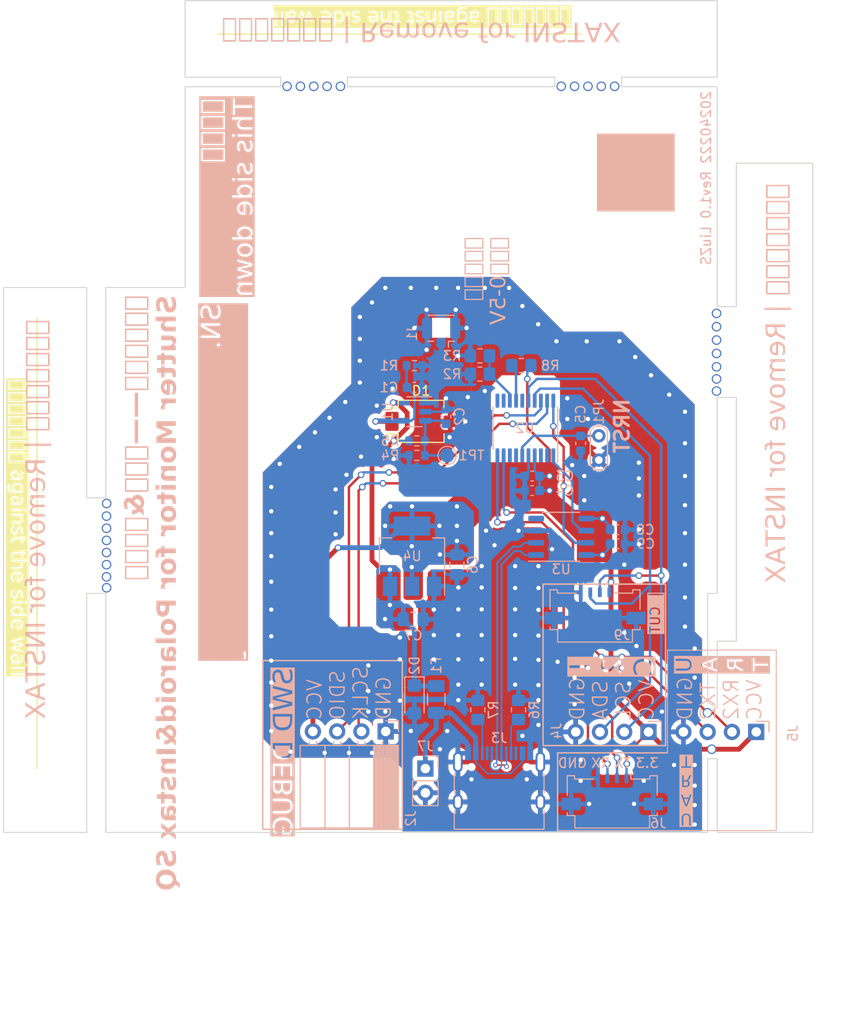
<source format=kicad_pcb>
(kicad_pcb (version 20221018) (generator pcbnew)
  (title_block (title "宝丽来&富士方形快门速度检测") (date "2024-02-22") (rev "1.0") (company "Lzs"))
  (layers (0 "F.Cu" signal) (31 "B.Cu" signal) (34 "B.Paste" user) (35 "F.Paste" user) (36 "B.SilkS" user "B.Silkscreen") (37 "F.SilkS" user "F.Silkscreen") (38 "B.Mask" user) (39 "F.Mask" user) (44 "Edge.Cuts" user))
  (net 0 "")
  (net 1 "Net-(D1-K)")
  (net 2 "Net-(U1-+)")
  (net 3 "GND")
  (net 4 "+5V")
  (net 6 "+3.3V")
  (net 9 "/UART2_TX")
  (net 12 "/UART2_RX")
  (net 14 "/SWDIO")
  (net 15 "/SWCLK")
  (net 16 "/ADC1_IN7")
  (net 17 "/NRST")
  (net 18 "/UART1_RX")
  (net 20 "/ADC1_IN6")
  (net 21 "/I2C2_SCL")
  (net 22 "/I2C2_SDA")
  (net 23 "/UART1_TX")
  (net 24 "/Light_out")
  (net 26 "/USB+")
  (net 27 "/USB-")
  (net 30 "Net-(J3-CC1)")
  (net 31 "Net-(J3-CC2)")
  (net 32 "/5V_IN")
  (footprint "OptoDevice:Osram_SFH2440" (layer "F.Cu") (at 94.8 89.4)
    (fp_text reference "D1")
    (fp_text value "SFH2440")
  )
  (footprint "Resistor_SMD:R_0603_1608Metric" (layer "B.Cu") (at 94.361 92.964)
    (fp_text reference "R4")
    (fp_text value "330k")
  )
  (footprint "Capacitor_SMD:C_0805_2012Metric_Pad1.18x1.45mm_HandSolder" (layer "B.Cu") (at 98.552 104.394 -90)
    (fp_text reference "C6")
    (fp_text value "22uF")
  )
  (footprint "Capacitor_SMD:C_0603_1608Metric" (layer "B.Cu") (at 94.107 85.852)
    (fp_text reference "C1")
    (fp_text value "(0.7pF)")
  )
  (footprint "TestPoint:TestPoint_Pad_D1.5mm" (layer "B.Cu") (at 97.536 92.964 90)
    (fp_text reference "TP1")
    (fp_text value "REF0")
  )
  (footprint "Connector_PinSocket_2.54mm:PinSocket_1x04_P2.54mm_Horizontal" (layer "B.Cu") (at 118.6072 121.8888 90)
    (fp_text reference "J4")
    (fp_text value "Conn_01x04_Socket")
  )
  (footprint "Capacitor_SMD:C_0603_1608Metric" (layer "B.Cu") (at 106.426 96.647 180)
    (fp_text reference "C4")
    (fp_text value "4.7uF")
  )
  (footprint "Connector_Coaxial:U.FL_Hirose_U.FL-R-SMT-1_Vertical" (layer "B.Cu") (at 96.901 80.137 90)
    (fp_text reference "J1")
    (fp_text value "Conn_Coaxial")
  )
  (footprint "Connector_PinSocket_2.54mm:PinSocket_1x04_P2.54mm_Horizontal" (layer "B.Cu") (at 91.099 121.838 90)
    (fp_text reference "J2")
    (fp_text value "Conn_01x04_Socket")
  )
  (footprint "Connector_PinSocket_2.54mm:PinSocket_1x04_P2.54mm_Horizontal" (layer "B.Cu") (at 129.8848 121.8888 90)
    (fp_text reference "J5")
    (fp_text value "Conn_01x04_Socket")
  )
  (footprint "Diode_SMD:D_SMF" (layer "B.Cu") (at 94.107 118.491 -90)
    (fp_text reference "D2")
    (fp_text value "SMF5V0A")
  )
  (footprint "Capacitor_SMD:C_0603_1608Metric" (layer "B.Cu") (at 106.426 95.123 180)
    (fp_text reference "C3")
    (fp_text value "100nF")
  )
  (footprint "Resistor_SMD:R_0805_2012Metric_Pad1.20x1.40mm_HandSolder" (layer "B.Cu") (at 105.0036 119.5832 90)
    (fp_text reference "R6")
    (fp_text value "1k")
  )
  (footprint "TestPoint:TestPoint_2Pads_Pitch2.54mm_Drill0.8mm" (layer "B.Cu") (at 113.411 93.452 90)
    (fp_text reference "JP1")
    (fp_text value "Jumper_2_Open")
  )
  (footprint "Connector_USB:USB_C_Receptacle_HRO_TYPE-C-31-M-12" (layer "B.Cu") (at 102.9716 128.1684 180)
    (fp_text reference "J3")
    (fp_text value "USB_C_Receptacle_USB2.0")
  )
  (footprint "Resistor_SMD:R_0603_1608Metric" (layer "B.Cu") (at 94.107 83.566)
    (fp_text reference "R1")
    (fp_text value "(240k)")
  )
  (footprint "Fuse:Fuse_1206_3216Metric" (layer "B.Cu") (at 96.393 118.491 90)
    (fp_text reference "F1")
    (fp_text value "0.5A")
  )
  (footprint "Capacitor_SMD:C_0805_2012Metric_Pad1.18x1.45mm_HandSolder" (layer "B.Cu") (at 93.98 110.109)
    (fp_text reference "C7")
    (fp_text value "22uF")
  )
  (footprint "Capacitor_SMD:C_0603_1608Metric" (layer "B.Cu") (at 115.3668 100.7364)
    (fp_text reference "C8")
    (fp_text value "100nF")
  )
  (footprint "Package_TO_SOT_SMD:SOT-223-3_TabPin2" (layer "B.Cu") (at 93.853 103.505 90)
    (fp_text reference "U4")
    (fp_text value "AMS1117-3.3")
  )
  (footprint "Capacitor_SMD:C_0603_1608Metric" (layer "B.Cu") (at 97.409 88.9 90)
    (fp_text reference "C2")
    (fp_text value "1uF")
  )
  (footprint "Capacitor_SMD:C_0603_1608Metric" (layer "B.Cu") (at 115.3668 102.2096)
    (fp_text reference "C9")
    (fp_text value "100nF")
  )
  (footprint "Capacitor_SMD:C_0603_1608Metric" (layer "B.Cu") (at 111.506 91.694 90)
    (fp_text reference "C5")
    (fp_text value "100nF")
  )
  (footprint "Resistor_SMD:R_0805_2012Metric_Pad1.20x1.40mm_HandSolder" (layer "B.Cu") (at 105.299 83.566)
    (fp_text reference "R8")
    (fp_text value "1k")
  )
  (footprint "Resistor_SMD:R_0805_2012Metric_Pad1.20x1.40mm_HandSolder" (layer "B.Cu") (at 100.965 82.55 180)
    (fp_text reference "R3")
    (fp_text value "150k")
  )
  (footprint "Package_SO:TSSOP-20_4.4x6.5mm_P0.65mm" (layer "B.Cu") (at 105.72 90.1015 90)
    (fp_text reference "U2")
    (fp_text value "STM32G030F6Px")
  )
  (footprint "Resistor_SMD:R_0805_2012Metric_Pad1.20x1.40mm_HandSolder" (layer "B.Cu") (at 100.965 84.455)
    (fp_text reference "R2")
    (fp_text value "91k")
  )
  (footprint "Package_TO_SOT_SMD:SOT-23-5" (layer "B.Cu") (at 94.107 88.392 180)
    (fp_text reference "U1")
    (fp_text value "OPA365xxDBV")
  )
  (footprint "Connector_FFC-FPC:Molex_200528-0040_1x04-1MP_P1.00mm_Horizontal" (layer "B.Cu") (at 114.808 127.642 180)
    (fp_text reference "J6")
    (fp_text value "Conn_01x04_Shielded")
  )
  (footprint "Resistor_SMD:R_0603_1608Metric" (layer "B.Cu") (at 94.361 91.44 180)
    (fp_text reference "R5")
    (fp_text value "6.8k")
  )
  (footprint "Resistor_SMD:R_0805_2012Metric_Pad1.20x1.40mm_HandSolder" (layer "B.Cu") (at 100.7364 119.5832 90)
    (fp_text reference "R7")
    (fp_text value "(1k)DNF")
  )
  (footprint "Package_SO:SOP-8_3.9x4.9mm_P1.27mm" (layer "B.Cu") (at 109.474 101.473)
    (fp_text reference "U3")
    (fp_text value "CH340N")
  )
  (footprint "Connector_FFC-FPC:Molex_200528-0040_1x04-1MP_P1.00mm_Horizontal" (layer "B.Cu") (at 113.012 108.192 180)
    (fp_text reference "J9")
    (fp_text value "Conn_01x04_Shielded")
  )
  (footprint "Connector_PinHeader_2.54mm:PinHeader_1x02_P2.54mm_Vertical" (layer "B.Cu") (at 95.25 125.725 180)
    (fp_text reference "J7")
    (fp_text value "Conn_01x02_Socket")
  )
  (gr_line (start 120.5992 113.3348) (end 131.9784 113.3348) (stroke (width 0.1)) (layer "B.SilkS"))
  (gr_rect (start 78.232 114.427) (end 92.837 132.08) (stroke (width 0.15)) (fill none) (layer "B.SilkS"))
  (gr_line (start 120.5992 124.079) (end 120.5992 113.3348) (stroke (width 0.1)) (layer "B.SilkS"))
  (gr_line (start 109.093 124.079) (end 109.093 132.207) (stroke (width 0.15)) (layer "B.SilkS"))
  (gr_line (start 120.5992 124.079) (end 109.093 124.079) (stroke (width 0.15)) (layer "B.SilkS"))
  (gr_line (start 131.9784 132.207) (end 109.093 132.207) (stroke (width 0.1)) (layer "B.SilkS"))
  (gr_line (start 131.9784 113.3348) (end 131.9784 132.207) (stroke (width 0.1)) (layer "B.SilkS"))
  (gr_rect (start 107.569 106.426) (end 120.396 123.317) (stroke (width 0.15)) (fill none) (layer "B.SilkS"))
  (gr_rect (start 113.285 59.373) (end 121.285 67.373) (stroke (width 0.15)) (fill solid) (layer "B.SilkS"))
  (gr_line (start 73.533 48.895) (end 111.633 48.895) (stroke (width 0.15)) (layer "F.SilkS"))
  (gr_line (start 54.61 78.613) (end 54.61 125.73) (stroke (width 0.15)) (layer "F.SilkS"))
  (gr_line (start 61.8 75.4) (end 70.1 75.4) (stroke (width 0.1)) (layer "Edge.Cuts"))
  (gr_line (start 51.1 132.4) (end 51.1 75.4) (stroke (width 0.1)) (layer "Edge.Cuts"))
  (gr_line (start 127.8 86.9) (end 127.8 112.4) (stroke (width 0.1)) (layer "Edge.Cuts"))
  (gr_line (start 80.1 53.4) (end 80.1 54.4) (stroke (width 0.1)) (layer "Edge.Cuts"))
  (gr_line (start 61.8 75.4) (end 61.8 97.4) (stroke (width 0.1)) (layer "Edge.Cuts"))
  (gr_line (start 70.1 54.4) (end 80.1 54.4) (stroke (width 0.1)) (layer "Edge.Cuts"))
  (gr_line (start 135.8 62.4) (end 135.8 132.4) (stroke (width 0.1)) (layer "Edge.Cuts"))
  (gr_line (start 59.8 97.4) (end 61.8 97.4) (stroke (width 0.1)) (layer "Edge.Cuts"))
  (gr_line (start 125.8 77.4) (end 127.8 77.4) (stroke (width 0.1)) (layer "Edge.Cuts"))
  (gr_line (start 59.8 107.4) (end 61.8 107.4) (stroke (width 0.1)) (layer "Edge.Cuts"))
  (gr_line (start 70.1 53.4) (end 70.1 45.4) (stroke (width 0.1)) (layer "Edge.Cuts"))
  (gr_line (start 70.1 53.4) (end 80.1 53.4) (stroke (width 0.1)) (layer "Edge.Cuts"))
  (gr_line (start 124.8 107.4) (end 125.8 107.4) (stroke (width 0.1)) (layer "Edge.Cuts"))
  (gr_line (start 108.8 53.4) (end 108.8 54.4) (stroke (width 0.1)) (layer "Edge.Cuts"))
  (gr_line (start 115.8 53.4) (end 115.8 54.4) (stroke (width 0.1)) (layer "Edge.Cuts"))
  (gr_line (start 124.8 132.4) (end 124.8 124.7) (stroke (width 0.1)) (layer "Edge.Cuts"))
  (gr_line (start 59.8 75.4) (end 59.8 97.4) (stroke (width 0.1)) (layer "Edge.Cuts"))
  (gr_line (start 125.8 54.4) (end 125.8 77.4) (stroke (width 0.1)) (layer "Edge.Cuts"))
  (gr_line (start 125.8 86.9) (end 127.8 86.9) (stroke (width 0.1)) (layer "Edge.Cuts"))
  (gr_line (start 115.8 54.4) (end 125.8 54.4) (stroke (width 0.1)) (layer "Edge.Cuts"))
  (gr_line (start 124.8 132.4) (end 61.8 132.4) (stroke (width 0.1)) (layer "Edge.Cuts"))
  (gr_line (start 125.8 45.4) (end 125.8 53.4) (stroke (width 0.1)) (layer "Edge.Cuts"))
  (gr_line (start 125.8 112.4) (end 127.8 112.4) (stroke (width 0.1)) (layer "Edge.Cuts"))
  (gr_line (start 87.1 54.4) (end 108.8 54.4) (stroke (width 0.1)) (layer "Edge.Cuts"))
  (gr_line (start 127.8 62.4) (end 127.8 77.4) (stroke (width 0.1)) (layer "Edge.Cuts"))
  (gr_line (start 125.8 112.4) (end 125.8 119.4) (stroke (width 0.1)) (layer "Edge.Cuts"))
  (gr_line (start 51.1 75.4) (end 59.8 75.4) (stroke (width 0.1)) (layer "Edge.Cuts"))
  (gr_line (start 70.1 45.4) (end 125.8 45.4) (stroke (width 0.1)) (layer "Edge.Cuts"))
  (gr_line (start 59.8 132.4) (end 51.1 132.4) (stroke (width 0.1)) (layer "Edge.Cuts"))
  (gr_line (start 124.8 124.7) (end 125.8 124.7) (stroke (width 0.1)) (layer "Edge.Cuts"))
  (gr_line (start 70.1 75.4) (end 70.1 54.4) (stroke (width 0.1)) (layer "Edge.Cuts"))
  (gr_line (start 124.8 118.8) (end 124.8 107.4) (stroke (width 0.1)) (layer "Edge.Cuts"))
  (gr_line (start 125.8 124.7) (end 125.8 132.4) (stroke (width 0.1)) (layer "Edge.Cuts"))
  (gr_line (start 87.1 53.4) (end 87.1 54.4) (stroke (width 0.1)) (layer "Edge.Cuts"))
  (gr_line (start 135.8 132.4) (end 125.8 132.4) (stroke (width 0.1)) (layer "Edge.Cuts"))
  (gr_line (start 61.8 107.4) (end 61.8 132.4) (stroke (width 0.1)) (layer "Edge.Cuts"))
  (gr_line (start 87.1 53.4) (end 108.8 53.4) (stroke (width 0.1)) (layer "Edge.Cuts"))
  (gr_line (start 115.8 53.4) (end 125.8 53.4) (stroke (width 0.1)) (layer "Edge.Cuts"))
  (gr_line (start 127.8 62.4) (end 135.8 62.4) (stroke (width 0.1)) (layer "Edge.Cuts"))
  (gr_line (start 124.8 118.8) (end 125.8 119.4) (stroke (width 0.1)) (layer "Edge.Cuts"))
  (gr_line (start 59.8 107.4) (end 59.8 132.4) (stroke (width 0.1)) (layer "Edge.Cuts"))
  (gr_line (start 125.8 86.9) (end 125.8 107.4) (stroke (width 0.1)) (layer "Edge.Cuts"))
  (gr_text "RX" (at 114.681 125.73) (layer "B.SilkS") (effects (font (size 1 1)) (justify left bottom mirror)))
  (gr_text "富士请去除此处 | Remove for INSTAX" (at 55.753 78.74 90) (layer "B.SilkS") (effects (font (size 2 2) (thickness 0.2)) (justify left bottom mirror)))
  (gr_text "U\nA\nR\nT" (at 122.555 124.206 180) (layer "B.SilkS" knockout) (effects (font (size 1.2 1.2) (thickness 0.3)) (justify bottom mirror)))
  (gr_text "GND\nTX2\nRX2\nVCC\n" (at 130.5498 120.7788 90) (layer "B.SilkS") (effects (font (size 1.5 1.5)) (justify right bottom mirror)))
  (gr_text "3.3" (at 119.761 125.73) (layer "B.SilkS") (effects (font (size 1 1)) (justify left bottom mirror)))
  (gr_text "连接示波器\n输出：0-5V" (at 103.886 70.104 90) (layer "B.SilkS") (effects (font (size 1.6 1.6)) (justify left bottom mirror)))
  (gr_text "此面向下\nThis side down" (at 77.47 55.626 90) (layer "B.SilkS" knockout) (effects (font (size 2 2)) (justify left bottom mirror)))
  (gr_text "SN.              \n                					   -" (at 77.47 77.089 90) (layer "B.SilkS" knockout) (effects (font (size 2 2)) (justify left bottom mirror)))
  (gr_text "I\n2\nC" (at 119.4308 115.062 90) (layer "B.SilkS" knockout) (effects (font (size 2 2) (thickness 0.3)) (justify bottom mirror)))
  (gr_text "NRST" (at 116.713 86.868 90) (layer "B.SilkS") (effects (font (size 1.5 1.5) (thickness 0.3) bold) (justify left bottom mirror)))
  (gr_text "快门速度测试——宝丽来&富士方形\nShutter Monitor for Polaroid&Instax SQ\n" (at 69.469 76.2 90) (layer "B.SilkS") (effects (font (size 2 2) (thickness 0.3) bold) (justify left bottom mirror)))
  (gr_text "TX" (at 116.84 125.73) (layer "B.SilkS") (effects (font (size 1 1)) (justify left bottom mirror)))
  (gr_text "SWD DEBUG" (at 81.661 115.189 90) (layer "B.SilkS" knockout) (effects (font (size 2 2) (thickness 0.3)) (justify left bottom mirror)))
  (gr_text "U\nA\nR\nT" (at 131.4196 114.8588 90) (layer "B.SilkS" knockout) (effects (font (size 1.6 1.6) (thickness 0.3)) (justify bottom mirror)))
  (gr_text "GND" (at 112.268 125.73) (layer "B.SilkS") (effects (font (size 1 1)) (justify left bottom mirror)))
  (gr_text "| CUT" (at 119.888 106.934 90) (layer "B.SilkS" knockout) (effects (font (size 1 1)) (justify left bottom mirror)))
  (gr_text "富士请去除此处 | Remove for INSTAX" (at 73.914 47.371 180) (layer "B.SilkS") (effects (font (size 2 2) (thickness 0.2)) (justify left bottom mirror)))
  (gr_text "GND\nSDA\nSCL\nVCC" (at 119.2722 120.7788 90) (layer "B.SilkS") (effects (font (size 1.5 1.5)) (justify right bottom mirror)))
  (gr_text "VCC\nSDIO\nSCLK\nGND" (at 91.764 120.728 90) (layer "B.SilkS") (effects (font (size 1.5 1.5)) (justify right bottom mirror)))
  (gr_text "20240222 Rev1.0 LiuZS" (at 125.222 54.737 90) (layer "B.SilkS") (effects (font (size 1 1)) (justify left bottom mirror)))
  (gr_text "富士请去除此处 | Remove for INSTAX" (at 133.223 64.516 90) (layer "B.SilkS") (effects (font (size 2 2) (thickness 0.2)) (justify left bottom mirror)))
  (gr_text "紧贴相纸盒侧壁 against the side wall" (at 51.689 84.963 270) (layer "F.SilkS" knockout) (effects (font (size 1.5 1.5)) (justify left bottom)))
  (gr_text "紧贴相纸盒侧壁 against the side wall" (at 110.49 46.228 180) (layer "F.SilkS" knockout) (effects (font (size 1.5 1.5)) (justify left bottom)))
  (via (at 82.169 54.356) (size 1) (drill 0.75) (layers "F.Cu" "B.Cu") (net 0))
  (via (at 61.8744 101.854) (size 1) (drill 0.75) (layers "F.Cu" "B.Cu") (net 0))
  (via (at 112.268 54.356) (size 1) (drill 0.75) (layers "F.Cu" "B.Cu") (net 0))
  (via (at 109.474 54.356) (size 1) (drill 0.75) (layers "F.Cu" "B.Cu") (net 0))
  (via (at 61.8744 103.124) (size 1) (drill 0.75) (layers "F.Cu" "B.Cu") (net 0))
  (via (at 61.8744 105.664) (size 1) (drill 0.75) (layers "F.Cu" "B.Cu") (net 0))
  (via (at 83.566 54.356) (size 1) (drill 0.75) (layers "F.Cu" "B.Cu") (net 0))
  (via (at 61.885762 106.806665) (size 1) (drill 0.75) (layers "F.Cu" "B.Cu") (net 0))
  (via (at 125.73 84.963) (size 1) (drill 0.75) (layers "F.Cu" "B.Cu") (net 0))
  (via (at 61.8744 100.584) (size 1) (drill 0.75) (layers "F.Cu" "B.Cu") (net 0))
  (via (at 125.73 83.693) (size 1) (drill 0.75) (layers "F.Cu" "B.Cu") (net 0))
  (via (at 86.36 54.356) (size 1) (drill 0.75) (layers "F.Cu" "B.Cu") (net 0))
  (via (at 125.73 78.105) (size 1) (drill 0.75) (layers "F.Cu" "B.Cu") (net 0))
  (via (at 125.73 79.502) (size 1) (drill 0.75) (layers "F.Cu" "B.Cu") (net 0))
  (via (at 84.963 54.356) (size 1) (drill 0.75) (layers "F.Cu" "B.Cu") (net 0))
  (via (at 61.8744 104.394) (size 1) (drill 0.75) (layers "F.Cu" "B.Cu") (net 0))
  (via (at 125.73 86.233) (size 1) (drill 0.75) (layers "F.Cu" "B.Cu") (net 0))
  (via (at 110.871 54.356) (size 1) (drill 0.75) (layers "F.Cu" "B.Cu") (net 0))
  (via (at 115.062 54.356) (size 1) (drill 0.75) (layers "F.Cu" "B.Cu") (net 0))
  (via (at 113.665 54.356) (size 1) (drill 0.75) (layers "F.Cu" "B.Cu") (net 0))
  (via (at 80.772 54.356) (size 1) (drill 0.75) (layers "F.Cu" "B.Cu") (net 0))
  (via (at 125.73 80.899) (size 1) (drill 0.75) (layers "F.Cu" "B.Cu") (net 0))
  (via (at 125.73 82.296) (size 1) (drill 0.75) (layers "F.Cu" "B.Cu") (net 0))
  (via (at 61.889708 97.992751) (size 1) (drill 0.75) (layers "F.Cu" "B.Cu") (net 0))
  (via (at 61.8744 99.314) (size 1) (drill 0.75) (layers "F.Cu" "B.Cu") (net 0))
  (segment (start 90.051 89.4) (end 91.75 89.4) (width 0.508) (layer "F.Cu") (net 1))
  (segment (start 90.043 89.408) (end 90.051 89.4) (width 0.508) (layer "F.Cu") (net 1))
  (via (at 90.043 89.408) (size 0.7) (drill 0.45) (layers "F.Cu" "B.Cu") (net 1))
  (segment (start 93.792 89.342) (end 92.9695 89.342) (width 0.254) (layer "B.Cu") (net 1))
  (segment (start 93.282 85.802) (end 94.107 86.627) (width 0.254) (layer "B.Cu") (net 1))
  (segment (start 94.107 86.627) (end 94.107 89.027) (width 0.254) (layer "B.Cu") (net 1))
  (segment (start 94.107 89.027) (end 93.792 89.342) (width 0.254) (layer "B.Cu") (net 1))
  (segment (start 93.282 83.566) (end 93.282 85.802) (width 0.254) (layer "B.Cu") (net 1))
  (segment (start 90.043 89.408) (end 90.109 89.342) (width 0.508) (layer "B.Cu") (net 1))
  (segment (start 90.109 89.342) (end 92.9695 89.342) (width 0.508) (layer "B.Cu") (net 1))
  (segment (start 95.2445 89.342) (end 95.25 89.342) (width 0.254) (layer "B.Cu") (net 2))
  (segment (start 95.2445 91.3815) (end 95.186 91.44) (width 0.254) (layer "B.Cu") (net 2))
  (segment (start 95.186 91.44) (end 95.186 92.964) (width 0.25) (layer "B.Cu") (net 2))
  (segment (start 97.076 89.342) (end 97.409 89.675) (width 0.254) (layer "B.Cu") (net 2))
  (segment (start 95.2445 89.342) (end 97.076 89.342) (width 0.254) (layer "B.Cu") (net 2))
  (segment (start 95.2445 89.342) (end 95.2445 91.3815) (width 0.254) (layer "B.Cu") (net 2))
  (segment (start 95.186 92.964) (end 97.536 92.964) (width 0.254) (layer "B.Cu") (net 2))
  (segment (start 99.433 89.4) (end 99.441 89.408) (width 0.254) (layer "F.Cu") (net 3))
  (segment (start 97.85 89.4) (end 99.433 89.4) (width 0.254) (layer "F.Cu") (net 3))
  (via (at 79.121 119.126) (size 0.7) (drill 0.45) (layers "F.Cu" "B.Cu") (net 3))
  (via (at 101.1428 106.7816) (size 0.7) (drill 0.45) (layers "F.Cu" "B.Cu") (net 3))
  (via (at 79.121 111.887) (size 0.7) (drill 0.45) (layers "F.Cu" "B.Cu") (net 3))
  (via (at 122.428 101.092) (size 0.7) (drill 0.45) (layers "F.Cu" "B.Cu") (net 3))
  (via (at 96.139 109.093) (size 0.7) (drill 0.45) (layers "F.Cu" "B.Cu") (net 3))
  (via (at 107.0864 116.9924) (size 0.7) (drill 0.45) (layers "F.Cu" "B.Cu") (net 3))
  (via (at 101.1428 116.9416) (size 0.7) (drill 0.45) (layers "F.Cu" "B.Cu") (net 3))
  (via (at 111.887 97.663) (size 0.7) (drill 0.45) (layers "F.Cu" "B.Cu") (net 3))
  (via (at 98.7044 114.3) (size 0.7) (drill 0.45) (layers "F.Cu" "B.Cu") (net 3))
  (via (at 110.109 86.995) (size 0.7) (drill 0.45) (layers "F.Cu" "B.Cu") (net 3))
  (via (at 104.648 109.0676) (size 0.7) (drill 0.45) (layers "F.Cu" "B.Cu") (net 3))
  (via (at 104.648 111.76) (size 0.7) (drill 0.45) (layers "F.Cu" "B.Cu") (net 3))
  (via (at 101.1428 114.3) (size 0.7) (drill 0.45) (layers "F.Cu" "B.Cu") (net 3))
  (via (at 122.428 110.871) (size 0.7) (drill 0.45) (layers "F.Cu" "B.Cu") (net 3))
  (via (at 89.281 114.935) (size 0.7) (drill 0.45) (layers "F.Cu" "B.Cu") (net 3))
  (via (at 110.109 89.154) (size 0.7) (drill 0.45) (layers "F.Cu" "B.Cu") (net 3))
  (via (at 93.726 75.438) (size 0.7) (drill 0.45) (layers "F.Cu" "B.Cu") (net 3))
  (via (at 116.078 104.394) (size 0.7) (drill 0.45) (layers "F.Cu" "B.Cu") (net 3))
  (via (at 101.473 86.233) (size 0.7) (drill 0.45) (layers "F.Cu" "B.Cu") (net 3))
  (via (at 122.428 107.823) (size 0.7) (drill 0.45) (layers "F.Cu" "B.Cu") (net 3))
  (via (at 123.444 125.349) (size 0.7) (drill 0.45) (layers "F.Cu" "B.Cu") (net 3))
  (via (at 91.948 93.345) (size 0.7) (drill 0.45) (layers "F.Cu" "B.Cu") (net 3))
  (via (at 105.8672 126.8476) (size 0.7) (drill 0.45) (layers "F.Cu" "B.Cu") (net 3))
  (via (at 98.679 75.438) (size 0.7) (drill 0.45) (layers "F.Cu" "B.Cu") (net 3))
  (via (at 95.377 77.724) (size 0.7) (drill 0.45) (layers "F.Cu" "B.Cu") (net 3))
  (via (at 89.281 119.761) (size 0.7) (drill 0.45) (layers "F.Cu" "B.Cu") (net 3))
  (via (at 79.121 121.793) (size 0.7) (drill 0.45) (layers "F.Cu" "B.Cu") (net 3))
  (via (at 97.79 91.059) (size 0.7) (drill 0.45) (layers "F.Cu" "B.Cu") (net 3))
  (via (at 94.107 79.629) (size 0.7) (drill 0.45) (layers "F.Cu" "B.Cu") (net 3))
  (via (at 107.0864 111.8108) (size 0.7) (drill 0.45) (layers "F.Cu" "B.Cu") (net 3))
  (via (at 85.852 96.52) (size 0.7) (drill 0.45) (layers "F.Cu" "B.Cu") (net 3))
  (via (at 99.695 86.868) (size 0.7) (drill 0.45) (layers "F.Cu" "B.Cu") (net 3))
  (via (at 117.602 95.377) (size 0.7) (drill 0.45) (layers "F.Cu" "B.Cu") (net 3))
  (via (at 90.17 87.757) (size 0.7) (drill 0.45) (layers "F.Cu" "B.Cu") (net 3))
  (via (at 117.602 97.155) (size 0.7) (drill 0.45) (layers "F.Cu" "B.Cu") (net 3))
  (via (at 123.444 113.157) (size 0.7) (drill 0.45) (layers "F.Cu" "B.Cu") (net 3))
  (via (at 88.392 80.772) (size 0.7) (drill 0.45) (layers "F.Cu" "B.Cu") (net 3))
  (via (at 100.076 126.8476) (size 0.7) (drill 0.45) (layers "F.Cu" "B.Cu") (net 3))
  (via (at 122.428 91.694) (size 0.7) (drill 0.45) (layers "F.Cu" "B.Cu") (net 3))
  (via (at 116.586 116.84) (size 0.7) (drill 0.45) (layers "F.Cu" "B.Cu") (net 3))
  (via (at 118.872 84.582) (size 0.7) (drill 0.45) (layers "F.Cu" "B.Cu") (net 3))
  (via (at 85.852 98.933) (size 0.7) (drill 0.45) (layers "F.Cu" "B.Cu") (net 3))
  (via (at 96.139 114.3) (size 0.7) (drill 0.45) (layers "F.Cu" "B.Cu") (net 3))
  (via (at 107.0864 118.5672) (size 0.7) (drill 0.45) (layers "F.Cu" "B.Cu") (net 3))
  (via (at 107.0864 121.158) (size 0.7) (drill 0.45) (layers "F.Cu" "B.Cu") (net 3))
  (via (at 105.0036 100.838) (size 0.7) (drill 0.45) (layers "F.Cu" "B.Cu") (net 3))
  (via (at 122.428 95.123) (size 0.7) (drill 0.45) (layers "F.Cu" "B.Cu") (net 3))
  (via (at 79.121 96.266) (size 0.7) (drill 0.45) (layers "F.Cu" "B.Cu") (net 3))
  (via (at 98.7044 116.9416) (size 0.7) (drill 0.45) (layers "F.Cu" "B.Cu") (net 3))
  (via (at 97.409 86.995) (size 0.7) (drill 0.45) (layers "F.Cu" "B.Cu") (net 3))
  (via (at 116.078 111.506) (size 0.7) (drill 0.45) (layers "F.Cu" "B.Cu") (net 3))
  (via (at 101.1428 111.76) (size 0.7) (drill 0.45) (layers "F.Cu" "B.Cu") (net 3))
  (via (at 85.217 89.027) (size 0.7) (drill 0.45) (layers "F.Cu" "B.Cu") (net 3))
  (via (at 99.441 89.408) (size 0.7) (drill 0.45) (layers "F.Cu" "B.Cu") (net 3))
  (via (at 118.11 127) (size 0.7) (drill 0.45) (layers "F.Cu" "B.Cu") (net 3))
  (via (at 111.506 124.841) (size 0.7) (drill 0.45) (layers "F.Cu" "B.Cu") (net 3))
  (via (at 101.1428 109.0676) (size 0.7) (drill 0.45) (layers "F.Cu" "B.Cu") (net 3))
  (via (at 123.444 129.54) (size 0.7) (drill 0.45) (layers "F.Cu" "B.Cu") (net 3))
  (via (at 120.015 119.761) (size 0.7) (drill 0.45) (layers "F.Cu" "B.Cu") (net 3))
  (via (at 101.473 75.438) (size 0.7) (drill 0.45) (layers "F.Cu" "B.Cu") (net 3))
  (via (at 110.871 116.205) (size 0.7) (drill 0.45) (layers "F.Cu" "B.Cu") (net 3))
  (via (at 109.093 114.554) (size 0.7) (drill 0.45) (layers "F.Cu" "B.Cu") (net 3))
  (via (at 79.121 103.505) (size 0.7) (drill 0.45) (layers "F.Cu" "B.Cu") (net 3))
  (via (at 89.662 76.962) (size 0.7) (drill 0.45) (layers "F.Cu" "B.Cu") (net 3))
  (via (at 110.617 93.98) (size 0.7) (drill 0.45) (layers "F.Cu" "B.Cu") (net 3))
  (via (at 89.662 124.079) (size 0.7) (drill 0.45) (layers "F.Cu" "B.Cu") (net 3))
  (via (at 108.966 81.026) (size 0.7) (drill 0.45) (layers "F.Cu" "B.Cu") (net 3))
  (via (at 104.648 104.5464) (size 0.7) (drill 0.45) (layers "F.Cu" "B.Cu") (net 3))
  (via (at 79.121 106.172) (size 0.7) (drill 0.45) (layers "F.Cu" "B.Cu") (net 3))
  (via (at 107.0864 104.5464) (size 0.7) (drill 0.45) (layers "F.Cu" "B.Cu") (net 3))
  (via (at 79.121 101.092) (size 0.7) (drill 0.45) (layers "F.Cu" "B.Cu") (net 3))
  (via (at 79.121 109.093) (size 0.7) (drill 0.45) (layers "F.Cu" "B.Cu") (net 3))
  (via (at 82.042 92.075) (size 0.7) (drill 0.45) (layers "F.Cu" "B.Cu") (net 3))
  (via (at 79.121 114.427) (size 0.7) (drill 0.45) (layers "F.Cu" "B.Cu") (net 3))
  (via (at 86.995 94.996) (size 0.7) (drill 0.45) (layers "F.Cu" "B.Cu") (net 3))
  (via (at 122.428 88.392) (size 0.7) (drill 0.45) (layers "F.Cu" "B.Cu") (net 3))
  (via (at 87.249 124.079) (size 0.7) (drill 0.45) (layers "F.Cu" "B.Cu") (net 3))
  (via (at 122.428 98.171) (size 0.7) (drill 0.45) (layers "F.Cu" "B.Cu") (net 3))
  (via (at 98.7044 111.76) (size 0.7) (drill 0.45) (layers "F.Cu" "B.Cu") (net 3))
  (via (at 88.392 83.058) (size 0.7) (drill 0.45) (layers "F.Cu" "B.Cu") (net 3))
  (via (at 92.583 112.014) (size 0.7) (drill 0.45) (layers "F.Cu" "B.Cu") (net 3))
  (via (at 104.648 114.2492) (size 0.7) (drill 0.45) (layers "F.Cu" "B.Cu") (net 3))
  (via (at 101.1428 104.5464) (size 0.7) (drill 0.45) (layers "F.Cu" "B.Cu") (net 3))
  (via (at 98.425 77.724) (size 0.7) (drill 0.45) (layers "F.Cu" "B.Cu") (net 3))
  (via (at 117.094 129.413) (size 0.7) (drill 0.45) (layers "F.Cu" "B.Cu") (net 3))
  (via (at 121.285 125.349) (size 0.7) (drill 0.45) (layers "F.Cu" "B.Cu") (net 3))
  (via (at 79.121 116.713) (size 0.7) (drill 0.45) (layers "F.Cu" "B.Cu") (net 3))
  (via (at 104.648 106.8324) (size 0.7) (drill 0.45) (layers "F.Cu" "B.Cu") (net 3))
  (via (at 117.602 102.235) (size 0.7) (drill 0.45) (layers "F.Cu" "B.Cu") (net 3))
  (via (at 107.0864 109.1184) (size 0.7) (drill 0.45) (layers "F.Cu" "B.Cu") (net 3))
  (via (at 88.392 78.486) (size 0.7) (drill 0.45) (layers "F.Cu" "B.Cu") (net 3))
  (via (at 88.519 93.091) (size 0.7) (drill 0.45) (layers "F.Cu" "B.Cu") (net 3))
  (via (at 101.6 100.838) (size 0.7) (drill 0.45) (layers "F.Cu" "B.Cu") (net 3))
  (via (at 111.887 95.123) (size 0.7) (drill 0.45) (layers "F.Cu" "B.Cu") (net 3))
  (via (at 117.348 112.903) (size 0.7) (drill 0.45) (layers "F.Cu" "B.Cu") (net 3))
  (via (at 95.377 81.915) (size 0.7) (drill 0.45) (layers "F.Cu" "B.Cu") (net 3))
  (via (at 96.774 123.698) (size 0.7) (drill 0.45) (layers "F.Cu" "B.Cu") (net 3))
  (via (at 105.41 77.343) (size 0.7) (drill 0.45) (layers "F.Cu" "B.Cu") (net 3))
  (via (at 84.709 124.079) (size 0.7) (drill 0.45) (layers "F.Cu" "B.Cu") (net 3))
  (via (at 112.268 89.154) (size 0.7) (drill 0.45) (layers "F.Cu" "B.Cu") (net 3))
  (via (at 102.489 102.362) (size 0.7) (drill 0.45) (layers "F.Cu" "B.Cu") (net 3))
  (via (at 98.7044 106.7816) (size 0.7) (drill 0.45) (layers "F.Cu" "B.Cu") (net 3))
  (via (at 85.852 101.219) (size 0.7) (drill 0.45) (layers "F.Cu" "B.Cu") (net 3))
  (via (at 108.5088 102.7684) (size 0.7) (drill 0.45) (layers "F.Cu" "B.Cu") (net 3))
  (via (at 122.428 104.394) (size 0.7) (drill 0.45) (layers "F.Cu" "B.Cu") (net 3))
  (via (at 123.444 131.572) (size 0.7) (drill 0.45) (layers "F.Cu" "B.Cu") (net 3))
  (via (at 111.506 127) (size 0.7) (drill 0.45) (layers "F.Cu" "B.Cu") (net 3))
  (via (at 79.121 98.806) (size 0.7) (drill 0.45) (layers "F.Cu" "B.Cu") (net 3))
  (via (at 81.153 123.952) (size 0.7) (drill 0.45) (layers "F.Cu" "B.Cu") (net 3))
  (via (at 110.871 118.999) (size 0.7) (drill 0.45) (layers "F.Cu" "B.Cu") (net 3))
  (via (at 98.7044 109.0676) (size 0.7) (drill 0.45) (layers "F.Cu" "B.Cu") (net 3))
  (via (at 86.868 87.376) (size 0.7) (drill 0.45) (layers "F.Cu" "B.Cu") (net 3))
  (via (at 120.777 86.614) (size 0.7) (drill 0.45) (layers "F.Cu" "B.Cu") (net 3))
  (via (at 98.7044 118.5672) (size 0.7) (drill 0.45) (layers "F.Cu" "B.Cu") (net 3))
  (via (at 117.221 82.677) (size 0.7) (drill 0.45) (layers "F.Cu" "B.Cu") (net 3))
  (via (at 112.395 129.413) (size 0.7) (drill 0.45) (layers "F.Cu" "B.Cu") (net 3))
  (via (at 91.821 85.979) (size 0.7) (drill 0.45) (layers "F.Cu" "B.Cu") (net 3))
  (via (at 117.602 93.726) (size 0.7) (drill 0.45) (layers "F.Cu" "B.Cu") (net 3))
  (via (at 104.013 75.438) (size 0.7) (drill 0.45) (layers "F.Cu" "B.Cu") (net 3))
  (via (at 89.281 117.602) (size 0.7) (drill 0.45) (layers "F.Cu" "B.Cu") (net 3))
  (via (at 83.693 90.551) (size 0.7) (drill 0.45) (layers "F.Cu" "B.Cu") (net 3))
  (via (at 91.059 119.761) (size 0.7) (drill 0.45) (layers "F.Cu" "B.Cu") (net 3))
  (via (at 92.583 118.618) (size 0.7) (drill 0.45) (layers "F.Cu" "B.Cu") (net 3))
  (via (at 96.393 75.438) (size 0.7) (drill 0.45) (layers "F.Cu" "B.Cu") (net 3))
  (via (at 98.663 82.55) (size 0.7) (drill 0.45) (layers "F.Cu" "B.Cu") (net 3))
  (via (at 105.41 122.301) (size 0.7) (drill 0.45) (layers "F.Cu" "B.Cu") (net 3))
  (via (at 88.392 85.344) (size 0.7) (drill 0.45) (layers "F.Cu" "B.Cu") (net 3))
  (via (at 107.0864 114.3508) (size 0.7) (drill 0.45) (layers "F.Cu" "B.Cu") (net 3))
  (via (at 93.726 121.793) (size 0.7) (drill 0.45) (layers "F.Cu" "B.Cu") (net 3))
  (via (at 90.17 91.059) (size 0.7) (drill 0.45) (layers "F.Cu" "B.Cu") (net 3))
  (via (at 115.57 81.026) (size 0.7) (drill 0.45) (layers "F.Cu" "B.Cu") (net 3))
  (via (at 117.602 100.711) (size 0.7) (drill 0.45) (layers "F.Cu" "B.Cu") (net 3))
  (via (at 97.536 121.793) (size 0.7) (drill 0.45) (layers "F.Cu" "B.Cu") (net 3))
  (via (at 80.01 93.853) (size 0.7) (drill 0.45) (layers "F.Cu" "B.Cu") (net 3))
  (via (at 96.139 111.76) (size 0.7) (drill 0.45) (layers "F.Cu" "B.Cu") (net 3))
  (via (at 112.141 81.026) (size 0.7) (drill 0.45) (layers "F.Cu" "B.Cu") (net 3))
  (via (at 91.059 75.438) (size 0.7) (drill 0.45) (layers "F.Cu" "B.Cu") (net 3))
  (via (at 92.583 114.3) (size 0.7) (drill 0.45) (layers "F.Cu" "B.Cu") (net 3))
  (via (at 123.444 127.508) (size 0.7) (drill 0.45) (layers "F.Cu" "B.Cu") (net 3))
  (via (at 104.648 116.9416) (size 0.7) (drill 0.45) (layers "F.Cu" "B.Cu") (net 3))
  (via (at 99.568 79.629) (size 0.7) (drill 0.45) (layers "F.Cu" "B.Cu") (net 3))
  (via (at 123.444 116.205) (size 0.7) (drill 0.45) (layers "F.Cu" "B.Cu") (net 3))
  (via (at 107.061 79.248) (size 0.7) (drill 0.45) (layers "F.Cu" "B.Cu") (net 3))
  (via (at 107.0864 106.8324) (size 0.7) (drill 0.45) (layers "F.Cu" "B.Cu") (net 3))
  (segment (start 99.949 82.55) (end 98.663 82.55) (width 0.254) (layer "B.Cu") (net 3))
  (segment (start 106.045 92.964) (end 106.045 94.729) (width 0.254) (layer "B.Cu") (net 3))
  (segment (start 99.7216 124.1234) (end 99.7216 123.2928) (width 0.508) (layer "B.Cu") (net 3))
  (segment (start 99.7216 123.2928) (end 99.1616 122.7328) (width 0.508) (layer "B.Cu") (net 3))
  (segment (start 106.045 94.729) (end 105.651 95.123) (width 0.254) (layer "B.Cu") (net 3))
  (segment (start 97.409 88.125) (end 97.409 86.995) (width 0.254) (layer "B.Cu") (net 3))
  (segment (start 106.2216 124.1234) (end 106.2216 122.4292) (width 0.508) (layer "B.Cu") (net 3))
  (segment (start 106.2216 122.4292) (end 106.2736 122.3772) (width 0.508) (layer "B.Cu") (net 3))
  (segment (start 95.2445 88.392) (end 97.142 88.392) (width 0.254) (layer "B.Cu") (net 3))
  (segment (start 97.5067 105.4315) (end 97.1296 105.0544) (width 0.254) (layer "B.Cu") (net 3))
  (segment (start 98.552 105.4315) (end 97.5067 105.4315) (width 0.254) (layer "B.Cu") (net 3))
  (segment (start 97.142 88.392) (end 97.409 88.125) (width 0.254) (layer "B.Cu") (net 3))
  (segment (start 89.662 93.726) (end 89.662 103.9368) (width 0.508) (layer "F.Cu") (net 4))
  (segment (start 92.268 87.442) (end 91.887 87.442) (width 0.508) (layer "F.Cu") (net 4))
  (segment (start 93.345 90.04939) (end 93.345 88.519) (width 0.508) (layer "F.Cu") (net 4))
  (segment (start 91.948 91.44) (end 91.95439 91.44) (width 0.508) (layer "F.Cu") (net 4))
  (segment (start 90.6272 104.902) (end 91.5416 104.902) (width 0.508) (layer "F.Cu") (net 4))
  (segment (start 93.345 88.519) (end 92.268 87.442) (width 0.508) (layer "F.Cu") (net 4))
  (segment (start 91.948 91.44) (end 89.662 93.726) (width 0.508) (layer "F.Cu") (net 4))
  (segment (start 89.662 103.9368) (end 90.6272 104.902) (width 0.508) (layer "F.Cu") (net 4))
  (segment (start 91.95439 91.44) (end 93.345 90.04939) (width 0.508) (layer "F.Cu") (net 4))
  (via (at 91.5416 104.902) (size 0.7) (drill 0.45) (layers "F.Cu" "B.Cu") (net 4))
  (via (at 91.948 91.44) (size 0.7) (drill 0.45) (layers "F.Cu" "B.Cu") (net 4))
  (via (at 91.887 87.442) (size 0.7) (drill 0.45) (layers "F.Cu" "B.Cu") (net 4))
  (via (at 91.5416 108.6104) (size 0.7) (drill 0.45) (layers "F.Cu" "B.Cu") (net 4))
  (via (at 91.0336 110.0836) (size 0.7) (drill 0.45) (layers "F.Cu" "B.Cu") (net 4))
  (segment (start 94.157 117.091) (end 94.107 117.041) (width 0.508) (layer "B.Cu") (net 4))
  (segment (start 94.107 111.2735) (end 92.9425 110.109) (width 0.508) (layer "B.Cu") (net 4))
  (segment (start 96.393 117.091) (end 94.157 117.091) (width 0.508) (layer "B.Cu") (net 4))
  (segment (start 91.948 91.44) (end 93.536 91.44) (width 0.254) (layer "B.Cu") (net 4))
  (segment (start 94.107 117.041) (end 94.107 111.2735) (width 0.508) (layer "B.Cu") (net 4))
  (segment (start 91.887 87.442) (end 92.9695 87.442) (width 0.254) (layer "B.Cu") (net 4))
  (segment (start 120.4164 123.698) (end 114.681 117.9626) (width 0.508) (layer "F.Cu") (net 6))
  (segment (start 105.918 84.963) (end 105.918 90.043) (width 0.254) (layer "F.Cu") (net 6))
  (segment (start 114.681 117.9626) (end 114.681 104.394) (width 0.508) (layer "F.Cu") (net 6))
  (segment (start 125.222 123.698) (end 128.0756 123.698) (width 0.508) (layer "F.Cu") (net 6))
  (segment (start 113.792 103.505) (end 113.792 103.378) (width 0.508) (layer "F.Cu") (net 6))
  (segment (start 86.106 102.616) (end 83.479 105.243) (width 0.508) (layer "F.Cu") (net 6))
  (segment (start 114.681 104.394) (end 113.792 103.505) (width 0.508) (layer "F.Cu") (net 6))
  (segment (start 108.2548 92.3798) (end 108.2548 95.123) (width 0.254) (layer "F.Cu") (net 6))
  (segment (start 128.0756 123.698) (end 129.8848 121.8888) (width 0.508) (layer "F.Cu") (net 6))
  (segment (start 116.332 124.164) (end 118.6072 121.8888) (width 0.254) (layer "F.Cu") (net 6))
  (segment (start 105.918 90.043) (end 108.2548 92.3798) (width 0.254) (layer "F.Cu") (net 6))
  (segment (start 116.332 125.222) (end 116.332 124.164) (width 0.254) (layer "F.Cu") (net 6))
  (segment (start 125.222 123.698) (end 120.4164 123.698) (width 0.508) (layer "F.Cu") (net 6))
  (segment (start 83.479 105.243) (end 83.479 121.838) (width 0.508) (layer "F.Cu") (net 6))
  (via (at 116.332 125.222) (size 0.7) (drill 0.45) (layers "F.Cu" "B.Cu") (net 6))
  (via (at 108.2548 95.123) (size 0.7) (drill 0.45) (layers "F.Cu" "B.Cu") (net 6))
  (via (at 91.567 98.298) (size 0.7) (drill 0.45) (layers "F.Cu" "B.Cu") (net 6))
  (via (at 114.681 106.214) (size 0.7) (drill 0.45) (layers "F.Cu" "B.Cu") (net 6))
  (via (at 96.7232 100.33) (size 0.7) (drill 0.45) (layers "F.Cu" "B.Cu") (net 6))
  (via (at 91.0336 100.33) (size 0.7) (drill 0.45) (layers "F.Cu" "B.Cu") (net 6))
  (via (at 86.106 102.616) (size 0.7) (drill 0.45) (layers "F.Cu" "B.Cu") (net 6))
  (via (at 93.853 98.298) (size 0.7) (drill 0.45) (layers "F.Cu" "B.Cu") (net 6))
  (via (at 105.918 84.963) (size 0.7) (drill 0.45) (layers "F.Cu" "B.Cu") (net 6))
  (via (at 98.552 101.9048) (size 0.7) (drill 0.45) (layers "F.Cu" "B.Cu") (net 6))
  (via (at 113.792 103.378) (size 0.7) (drill 0.45) (layers "F.Cu" "B.Cu") (net 6))
  (via (at 98.552 98.298) (size 0.7) (drill 0.45) (layers "F.Cu" "B.Cu") (net 6))
  (via (at 113.792 99.568) (size 0.7) (drill 0.45) (layers "F.Cu" "B.Cu") (net 6))
  (via (at 96.774 103.3272) (size 0.7) (drill 0.45) (layers "F.Cu" "B.Cu") (net 6))
  (via (at 93.8276 102.4636) (size 0.7) (drill 0.45) (layers "F.Cu" "B.Cu") (net 6))
  (via (at 98.552 100.33) (size 0.7) (drill 0.45) (layers "F.Cu" "B.Cu") (net 6))
  (via (at 108.2548 96.647) (size 0.7) (drill 0.45) (layers "F.Cu" "B.Cu") (net 6))
  (via (at 125.222 123.698) (size 1) (drill 0.75) (layers "F.Cu" "B.Cu") (net 6))
  (via (at 93.8276 104.648) (size 0.7) (drill 0.45) (layers "F.Cu" "B.Cu") (net 6))
  (segment (start 107.201 95.123) (end 108.2548 95.123) (width 0.254) (layer "B.Cu") (net 6))
  (segment (start 86.106 102.616) (end 90.551 102.616) (width 0.508) (layer "B.Cu") (net 6))
  (segment (start 92.812 100.355) (end 93.853 100.355) (width 0.508) (layer "B.Cu") (net 6))
  (segment (start 114.5918 100.3678) (end 114.5918 100.838) (width 0.254) (layer "B.Cu") (net 6))
  (segment (start 106.695 92.964) (end 106.695 94.617) (width 0.254) (layer "B.Cu") (net 6))
  (segment (start 90.551 102.616) (end 92.812 100.355) (width 0.508) (layer "B.Cu") (net 6))
  (segment (start 105.918 83.947) (end 106.299 83.566) (width 0.254) (layer "B.Cu") (net 6))
  (segment (start 114.5918 102.5782) (end 113.792 103.378) (width 0.254) (layer "B.Cu") (net 6))
  (segment (start 105.918 84.963) (end 105.918 83.947) (width 0.254) (layer "B.Cu") (net 6))
  (segment (start 114.681 106.214) (end 114.512 106.383) (width 0.254) (layer "B.Cu") (net 6))
  (segment (start 112.099 103.378) (end 113.792 103.378) (width 0.254) (layer "B.Cu") (net 6))
  (segment (start 107.201 95.123) (end 107.201 96.647) (width 0.254) (layer "B.Cu") (net 6))
  (segment (start 116.332 125.222) (end 116.308 125.246) (width 0.254) (layer "B.Cu") (net 6))
  (segment (start 114.5918 102.2096) (end 114.5918 102.5782) (width 0.254) (layer "B.Cu") (net 6))
  (segment (start 116.308 125.246) (end 116.308 126.732) (width 0.254) (layer "B.Cu") (net 6))
  (segment (start 106.695 94.617) (end 107.201 95.123) (width 0.254) (layer "B.Cu") (net 6))
  (segment (start 107.201 96.647) (end 108.2548 96.647) (width 0.254) (layer "B.Cu") (net 6))
  (segment (start 114.512 106.383) (end 114.512 107.282) (width 0.254) (layer "B.Cu") (net 6))
  (segment (start 113.792 99.568) (end 114.5918 100.3678) (width 0.254) (layer "B.Cu") (net 6))
  (segment (start 112.099 99.568) (end 113.792 99.568) (width 0.254) (layer "B.Cu") (net 6))
  (segment (start 103.759 98.933) (end 107.569 98.933) (width 0.254) (layer "F.Cu") (net 9))
  (segment (start 113.665 119.253) (end 114.808 120.396) (width 0.254) (layer "F.Cu") (net 9))
  (segment (start 114.808 124.079) (end 115.316 124.587) (width 0.254) (layer "F.Cu") (net 9))
  (segment (start 115.824 114.046) (end 118.933 114.046) (width 0.254) (layer "F.Cu") (net 9))
  (segment (start 113.665 114.046) (end 113.665 119.253) (width 0.254) (layer "F.Cu") (net 9))
  (segment (start 125.344 119.888) (end 127.3448 121.8888) (width 0.254) (layer "F.Cu") (net 9))
  (segment (start 110.6932 111.0742) (end 113.665 114.046) (width 0.254) (layer "F.Cu") (net 9))
  (segment (start 118.933 114.046) (end 124.775 119.888) (width 0.254) (layer "F.Cu") (net 9))
  (segment (start 107.569 98.933) (end 110.6932 102.0572) (width 0.254) (layer "F.Cu") (net 9))
  (segment (start 110.6932 102.0572) (end 110.6932 111.0742) (width 0.254) (layer "F.Cu") (net 9))
  (segment (start 114.808 120.396) (end 114.808 124.079) (width 0.254) (layer "F.Cu") (net 9))
  (segment (start 124.775 119.888) (end 125.344 119.888) (width 0.254) (layer "F.Cu") (net 9))
  (via (at 103.759 98.933) (size 0.7) (drill 0.45) (layers "F.Cu" "B.Cu") (net 9))
  (via (at 124.775 119.888) (size 1) (drill 0.75) (layers "F.Cu" "B.Cu") (net 9))
  (via (at 115.316 124.587) (size 0.7) (drill 0.45) (layers "F.Cu" "B.Cu") (net 9))
  (via (at 115.824 114.046) (size 0.7) (drill 0.45) (layers "F.Cu" "B.Cu") (net 9))
  (via (at 113.665 114.046) (size 0.7) (drill 0.45) (layers "F.Cu" "B.Cu") (net 9))
  (segment (start 103.445 98.619) (end 103.445 92.964) (width 0.254) (layer "B.Cu") (net 9))
  (segment (start 115.316 124.587) (end 115.316 126.724) (width 0.254) (layer "B.Cu") (net 9))
  (segment (start 115.316 126.724) (end 115.308 126.732) (width 0.254) (layer "B.Cu") (net 9))
  (segment (start 115.824 114.046) (end 113.665 114.046) (width 0.254) (layer "B.Cu") (net 9))
  (segment (start 103.759 98.933) (end 103.445 98.619) (width 0.254) (layer "B.Cu") (net 9))
  (segment (start 118.105 115.189) (end 124.8048 121.8888) (width 0.254) (layer "F.Cu") (net 12))
  (segment (start 109.728 102.235) (end 109.728 112.649) (width 0.254) (layer "F.Cu") (net 12))
  (segment (start 102.795 99.949) (end 107.442 99.949) (width 0.254) (layer "F.Cu") (net 12))
  (segment (start 112.268 123.19) (end 114.308 125.23) (width 0.254) (layer "F.Cu") (net 12))
  (segment (start 109.728 112.649) (end 112.268 115.189) (width 0.254) (layer "F.Cu") (net 12))
  (segment (start 112.268 115.189) (end 112.268 123.19) (width 0.254) (layer "F.Cu") (net 12))
  (segment (start 115.824 115.189) (end 118.105 115.189) (width 0.254) (layer "F.Cu") (net 12))
  (segment (start 107.442 99.949) (end 109.728 102.235) (width 0.254) (layer "F.Cu") (net 12))
  (via (at 115.824 115.189) (size 0.7) (drill 0.45) (layers "F.Cu" "B.Cu") (net 12))
  (via (at 112.268 115.189) (size 0.7) (drill 0.45) (layers "F.Cu" "B.Cu") (net 12))
  (via (at 102.795 99.949) (size 0.7) (drill 0.45) (layers "F.Cu" "B.Cu") (net 12))
  (via (at 114.308 125.23) (size 0.7) (drill 0.45) (layers "F.Cu" "B.Cu") (net 12))
  (segment (start 102.795 99.949) (end 102.795 92.964) (width 0.254) (layer "B.Cu") (net 12))
  (segment (start 115.824 115.189) (end 112.268 115.189) (width 0.254) (layer "B.Cu") (net 12))
  (segment (start 114.308 125.23) (end 114.308 126.732) (width 0.254) (layer "B.Cu") (net 12))
  (segment (start 103.759 88.773) (end 102.489 88.773) (width 0.254) (layer "F.Cu") (net 14))
  (segment (start 102.489 88.773) (end 96.52 94.742) (width 0.254) (layer "F.Cu") (net 14))
  (segment (start 96.52 94.742) (end 91.44 94.742) (width 0.254) (layer "F.Cu") (net 14))
  (segment (start 87.249 120.608) (end 86.019 121.838) (width 0.254) (layer "F.Cu") (net 14))
  (segment (start 87.249 96.266) (end 87.249 120.608) (width 0.254) (layer "F.Cu") (net 14))
  (segment (start 88.519 94.996) (end 87.249 96.266) (width 0.254) (layer "F.Cu") (net 14))
  (via (at 88.519 94.996) (size 0.7) (drill 0.45) (layers "F.Cu" "B.Cu") (net 14))
  (via (at 103.759 88.773) (size 0.7) (drill 0.45) (layers "F.Cu" "B.Cu") (net 14))
  (via (at 91.44 94.742) (size 0.7) (drill 0.45) (layers "F.Cu" "B.Cu") (net 14))
  (segment (start 106.68 88.773) (end 107.345 88.108) (width 0.254) (layer "B.Cu") (net 14))
  (segment (start 88.773 94.742) (end 91.44 94.742) (width 0.254) (layer "B.Cu") (net 14))
  (segment (start 103.759 88.773) (end 106.68 88.773) (width 0.254) (layer "B.Cu") (net 14))
  (segment (start 88.519 94.996) (end 88.773 94.742) (width 0.254) (layer "B.Cu") (net 14))
  (segment (start 107.345 88.108) (end 107.345 87.239) (width 0.254) (layer "B.Cu") (net 14))
  (segment (start 90.805 95.885) (end 96.774 95.885) (width 0.254) (layer "F.Cu") (net 15))
  (segment (start 102.997 89.662) (end 104.394 89.662) (width 0.254) (layer "F.Cu") (net 15))
  (segment (start 96.774 95.885) (end 102.997 89.662) (width 0.254) (layer "F.Cu") (net 15))
  (segment (start 88.265 96.647) (end 88.265 121.544) (width 0.254) (layer "F.Cu") (net 15))
  (segment (start 88.646 96.266) (end 88.265 96.647) (width 0.254) (layer "F.Cu") (net 15))
  (segment (start 88.265 121.544) (end 88.559 121.838) (width 0.254) (layer "F.Cu") (net 15))
  (via (at 104.394 89.662) (size 0.7) (drill 0.45) (layers "F.Cu" "B.Cu") (net 15))
  (via (at 90.805 95.885) (size 0.7) (drill 0.45) (layers "F.Cu" "B.Cu") (net 15))
  (via (at 88.646 96.266) (size 0.7) (drill 0.45) (layers "F.Cu" "B.Cu") (net 15))
  (segment (start 107.995 88.5375) (end 107.995 87.239) (width 0.254) (layer "B.Cu") (net 15))
  (segment (start 89.027 95.885) (end 88.646 96.266) (width 0.254) (layer "B.Cu") (net 15))
  (segment (start 106.8705 89.662) (end 107.995 88.5375) (width 0.254) (layer "B.Cu") (net 15))
  (segment (start 90.805 95.885) (end 89.027 95.885) (width 0.254) (layer "B.Cu") (net 15))
  (segment (start 104.394 89.662) (end 106.8705 89.662) (width 0.254) (layer "B.Cu") (net 15))
  (segment (start 104.745 84.012) (end 104.745 87.239) (width 0.254) (layer "B.Cu") (net 16))
  (segment (start 104.299 83.566) (end 104.745 84.012) (width 0.254) (layer "B.Cu") (net 16))
  (segment (start 106.573 90.912) (end 113.411 90.912) (width 0.254) (layer "B.Cu") (net 17))
  (segment (start 105.395 92.09) (end 106.573 90.912) (width 0.254) (layer "B.Cu") (net 17))
  (segment (start 105.395 92.964) (end 105.395 92.09) (width 0.254) (layer "B.Cu") (net 17))
  (segment (start 108.645 93.659) (end 110.6424 95.6564) (width 0.254) (layer "B.Cu") (net 18))
  (segment (start 110.6424 95.6564) (end 110.6424 99.8728) (width 0.254) (layer "B.Cu") (net 18))
  (segment (start 110.6424 99.8728) (end 111.6076 100.838) (width 0.254) (layer "B.Cu") (net 18))
  (segment (start 111.6076 100.838) (end 112.099 100.838) (width 0.254) (layer "B.Cu") (net 18))
  (segment (start 108.645 92.964) (end 108.645 93.659) (width 0.254) (layer "B.Cu") (net 18))
  (segment (start 104.095 86.54486) (end 104.095 87.239) (width 0.254) (layer "B.Cu") (net 20))
  (segment (start 102.00514 84.455) (end 104.095 86.54486) (width 0.254) (layer "B.Cu") (net 20))
  (segment (start 101.965 84.455) (end 102.00514 84.455) (width 0.254) (layer "B.Cu") (net 20))
  (segment (start 101.965 82.55) (end 101.965 84.455) (width 0.254) (layer "B.Cu") (net 20))
  (segment (start 119.9388 105.537) (end 117.602 105.537) (width 0.254) (layer "F.Cu") (net 21))
  (via (at 117.602 105.537) (size 0.7) (drill 0.45) (layers "F.Cu" "B.Cu") (net 21))
  (via (at 119.9388 105.537) (size 0.7) (drill 0.45) (layers "F.Cu" "B.Cu") (net 21))
  (segment (start 119.9388 105.537) (end 119.9388 118.0172) (width 0.254) (layer "B.Cu") (net 21))
  (segment (start 113.512 107.282) (end 113.512 106.071) (width 0.254) (layer "B.Cu") (net 21))
  (segment (start 119.9388 118.0172) (end 116.0672 121.8888) (width 0.254) (layer "B.Cu") (net 21))
  (segment (start 106.934 84.963) (end 106.045 85.852) (width 0.254) (layer "B.Cu") (net 21))
  (segment (start 119.9388 105.537) (end 119.9388 91.8718) (width 0.254) (layer "B.Cu") (net 21))
  (segment (start 106.045 85.852) (end 106.045 87.239) (width 0.254) (layer "B.Cu") (net 21))
  (segment (start 113.03 84.963) (end 106.934 84.963) (width 0.254) (layer "B.Cu") (net 21))
  (segment (start 114.046 105.537) (end 117.602 105.537) (width 0.254) (layer "B.Cu") (net 21))
  (segment (start 113.512 106.071) (end 114.046 105.537) (width 0.254) (layer "B.Cu") (net 21))
  (segment (start 119.9388 91.8718) (end 113.03 84.963) (width 0.254) (layer "B.Cu") (net 21))
  (segment (start 107.26086 85.979) (end 111.76 85.979) (width 0.254) (layer "B.Cu") (net 22))
  (segment (start 106.695 87.239) (end 106.695 86.54486) (width 0.254) (layer "B.Cu") (net 22))
  (segment (start 118.7704 92.9894) (end 118.7704 106.553) (width 0.254) (layer "B.Cu") (net 22))
  (segment (start 106.695 86.54486) (end 107.26086 85.979) (width 0.254) (layer "B.Cu") (net 22))
  (segment (start 112.512 107.282) (end 112.512 107.8925) (width 0.254) (layer "B.Cu") (net 22))
  (segment (start 113.0775 108.458) (end 116.8654 108.458) (width 0.254) (layer "B.Cu") (net 22))
  (segment (start 118.7704 106.553) (end 118.7704 116.6456) (width 0.254) (layer "B.Cu") (net 22))
  (segment (start 111.76 85.979) (end 118.7704 92.9894) (width 0.254) (layer "B.Cu") (net 22))
  (segment (start 112.512 107.8925) (end 113.0775 108.458) (width 0.254) (layer "B.Cu") (net 22))
  (segment (start 116.8654 108.458) (end 118.7704 106.553) (width 0.254) (layer "B.Cu") (net 22))
  (segment (start 118.7704 116.6456) (end 113.5272 121.8888) (width 0.254) (layer "B.Cu") (net 22))
  (segment (start 109.728 92.075) (end 109.728 96.1644) (width 0.254) (layer "F.Cu") (net 23))
  (segment (start 108.645 90.992) (end 109.728 92.075) (width 0.254) (layer "F.Cu") (net 23))
  (segment (start 108.645 89.916) (end 108.645 90.992) (width 0.254) (layer "F.Cu") (net 23))
  (via (at 109.728 96.1644) (size 0.7) (drill 0.45) (layers "F.Cu" "B.Cu") (net 23))
  (via (at 108.645 89.916) (size 0.7) (drill 0.45) (layers "F.Cu" "B.Cu") (net 23))
  (segment (start 108.645 89.916) (end 108.645 87.239) (width 0.254) (layer "B.Cu") (net 23))
  (segment (start 109.728 96.1644) (end 109.728 100.8888) (width 0.254) (layer "B.Cu") (net 23))
  (segment (start 110.9472 102.108) (end 112.099 102.108) (width 0.254) (layer "B.Cu") (net 23))
  (segment (start 109.728 100.8888) (end 110.9472 102.108) (width 0.254) (layer "B.Cu") (net 23))
  (segment (start 94.932 83.566) (end 94.932 87.1295) (width 0.254) (layer "B.Cu") (net 24))
  (segment (start 94.932 87.1295) (end 95.2445 87.442) (width 0.254) (layer "B.Cu") (net 24))
  (segment (start 96.901 81.187) (end 96.901 82.931) (width 0.254) (layer "B.Cu") (net 24))
  (segment (start 102.0552 125.123137) (end 102.0552 125.575563) (width 0.15) (layer "B.Cu") (net 26))
  (segment (start 102.2216 124.956737) (end 102.0552 125.123137) (width 0.15) (layer "B.Cu") (net 26))
  (segment (start 104.6142 102.968) (end 103.222 104.3602) (width 0.2) (layer "B.Cu") (net 26))
  (segment (start 102.362237 125.8826) (end 102.851 125.8826) (width 0.15) (layer "B.Cu") (net 26))
  (segment (start 103.2216 125.512) (end 103.2216 124.1234) (width 0.15) (layer "B.Cu") (net 26))
  (segment (start 106.849 103.378) (end 105.611499 103.378) (width 0.2) (layer "B.Cu") (net 26))
  (segment (start 103.222 122.428) (end 103.2216 122.4284) (width 0.2) (layer "B.Cu") (net 26))
  (segment (start 102.0552 125.575563) (end 102.362237 125.8826) (width 0.15) (layer "B.Cu") (net 26))
  (segment (start 105.201499 102.968) (end 104.6142 102.968) (width 0.2) (layer "B.Cu") (net 26))
  (segment (start 102.2216 124.1234) (end 102.2216 124.956737) (width 0.15) (layer "B.Cu") (net 26))
  (segment (start 103.2216 122.4284) (end 103.2216 124.1234) (width 0.2) (layer "B.Cu") (net 26))
  (segment (start 102.851 125.8826) (end 103.2216 125.512) (width 0.15) (layer "B.Cu") (net 26))
  (segment (start 105.611499 103.378) (end 105.201499 102.968) (width 0.2) (layer "B.Cu") (net 26))
  (segment (start 103.222 104.3602) (end 103.222 122.428) (width 0.2) (layer "B.Cu") (net 26))
  (segment (start 103.593984 125.3576) (end 103.7461 125.509716) (width 0.15) (layer "F.Cu") (net 27))
  (segment (start 102.5797 125.3576) (end 103.593984 125.3576) (width 0.15) (layer "F.Cu") (net 27))
  (via (at 103.7461 125.509716) (size 0.5) (drill 0.3) (layers "F.Cu" "B.Cu") (net 27))
  (via (at 102.5797 125.3576) (size 0.5) (drill 0.3) (layers "F.Cu" "B.Cu") (net 27))
  (segment (start 102.7216 122.4784) (end 102.7216 124.1234) (width 0.2) (layer "B.Cu") (net 27))
  (segment (start 103.7461 124.1479) (end 103.7216 124.1234) (width 0.15) (layer "B.Cu") (net 27))
  (segment (start 102.7216 125.2157) (end 102.7216 124.1234) (width 0.15) (layer "B.Cu") (net 27))
  (segment (start 104.4278 102.518) (end 102.772 104.1738) (width 0.2) (layer "B.Cu") (net 27))
  (segment (start 103.7461 125.509716) (end 103.7461 124.1479) (width 0.15) (layer "B.Cu") (net 27))
  (segment (start 102.5797 125.3576) (end 102.7216 125.2157) (width 0.15) (layer "B.Cu") (net 27))
  (segment (start 105.611499 102.108) (end 105.201499 102.518) (width 0.2) (layer "B.Cu") (net 27))
  (segment (start 106.849 102.108) (end 105.611499 102.108) (width 0.2) (layer "B.Cu") (net 27))
  (segment (start 102.772 122.428) (end 102.7216 122.4784) (width 0.2) (layer "B.Cu") (net 27))
  (segment (start 102.772 104.1738) (end 102.772 122.428) (width 0.2) (layer "B.Cu") (net 27))
  (segment (start 105.201499 102.518) (end 104.4278 102.518) (width 0.2) (layer "B.Cu") (net 27))
  (segment (start 104.2216 124.1234) (end 104.2216 121.3652) (width 0.15) (layer "B.Cu") (net 30))
  (segment (start 104.2216 121.3652) (end 105.0036 120.5832) (width 0.15) (layer "B.Cu") (net 30))
  (segment (start 101.2216 121.0684) (end 101.2216 124.1234) (width 0.15) (layer "B.Cu") (net 31))
  (segment (start 100.7364 120.5832) (end 101.2216 121.0684) (width 0.15) (layer "B.Cu") (net 31))
  (segment (start 105.4216 124.1234) (end 105.4216 124.9984) (width 0.15) (layer "B.Cu") (net 32))
  (segment (start 96.393 119.891) (end 96.393 121.539) (width 0.508) (layer "B.Cu") (net 32))
  (segment (start 95.25 122.682) (end 95.25 125.725) (width 0.508) (layer "B.Cu") (net 32))
  (segment (start 100.5216 125.0326) (end 100.5216 124.1234) (width 0.15) (layer "B.Cu") (net 32))
  (segment (start 96.393 121.539) (end 95.25 122.682) (width 0.508) (layer "B.Cu") (net 32))
  (segment (start 104.1874 126.2326) (end 101.7216 126.2326) (width 0.15) (layer "B.Cu") (net 32))
  (segment (start 96.393 119.891) (end 97.5222 119.891) (width 0.508) (layer "B.Cu") (net 32))
  (segment (start 97.5252 119.888) (end 97.917 119.888) (width 0.508) (layer "B.Cu") (net 32))
  (segment (start 100.5216 122.4926) (end 100.5216 124.1234) (width 0.508) (layer "B.Cu") (net 32))
  (segment (start 97.917 119.888) (end 100.5216 122.4926) (width 0.508) (layer "B.Cu") (net 32))
  (segment (start 105.4216 124.9984) (end 104.1874 126.2326) (width 0.15) (layer "B.Cu") (net 32))
  (segment (start 101.7216 126.2326) (end 100.5216 125.0326) (width 0.15) (layer "B.Cu") (net 32))
  (segment (start 97.5222 119.891) (end 97.5252 119.888) (width 0.508) (layer "B.Cu") (net 32))
  (zone (net 0) (net_name "") (layer "F.Cu") (connect_pads (clearance 0)) (min_thickness 0.25)
    (keepout (tracks allowed) (vias allowed) (pads allowed) (copperpour not_allowed) (footprints allowed))
    (fill (thermal_gap 0.5) (thermal_bridge_width 0.5))
    (polygon (pts (xy 118.11 123.19) (xy 116.84 124.587) (xy 113.665 124.587) (xy 113.157 125.095) (xy 113.157 125.857) (xy 113.665 126.365) (xy 119.126 126.365) (xy 121.031 124.46)))
  )
  (zone (net 3) (net_name "GND") (layer "F.Cu") (priority 2) (connect_pads (clearance 0.3)) (min_thickness 0.2) (fill yes (thermal_gap 0.3) (thermal_bridge_width 0.5))
    (polygon (pts (xy 99.06 91.821) (xy 100.076 90.805) (xy 100.076 78.105) (xy 99.187 77.216) (xy 94.361 77.216) (xy 93.599 77.978) (xy 93.599 81.534) (xy 94.996 82.677) (xy 94.996 90.678) (xy 96.139 91.821)))
  )
  (zone (net 3) (net_name "GND") (layer "F.Cu") (priority 6) (connect_pads (clearance 0.3)) (min_thickness 0.25) (fill yes (thermal_gap 0.5) (thermal_bridge_width 0.5))
    (polygon (pts (xy 107.696 100.4824) (xy 102.4128 100.4824) (xy 100.9904 101.854) (xy 100.9904 104.7496) (xy 99.9236 105.5624) (xy 98.298 105.5624) (xy 97.6884 106.172) (xy 97.6884 126.3396) (xy 99.0092 127.6604) (xy 106.426 127.6604) (xy 107.7468 126.4412) (xy 107.7468 105.7656) (xy 108.966 104.648) (xy 108.966 101.7524)))
  )
  (zone (net 6) (net_name "+3.3V") (layer "F.Cu") (priority 4) (connect_pads (clearance 0.3)) (min_thickness 0.25) (fill yes (thermal_gap 0.5) (thermal_bridge_width 0.5))
    (polygon (pts (xy 97.4344 99.1108) (xy 100.1776 100.6348) (xy 100.9904 99.822) (xy 107.8992 99.822) (xy 110.3376 102.1588) (xy 110.3376 103.6828) (xy 110.8456 104.14) (xy 114.4016 104.14) (xy 114.808 103.5812) (xy 114.808 99.2632) (xy 114.0968 98.6536) (xy 110.8964 98.6536) (xy 109.22 97.2312) (xy 109.22 94.3356) (xy 108.6104 93.6752) (xy 101.7524 93.6752) (xy 97.4344 97.9424)))
  )
  (zone (net 0) (net_name "") (layer "F.Cu") (connect_pads (clearance 0)) (min_thickness 0.25)
    (keepout (tracks allowed) (vias allowed) (pads allowed) (copperpour not_allowed) (footprints allowed))
    (fill (thermal_gap 0.5) (thermal_bridge_width 0.5))
    (polygon (pts (xy 109.347 89.916) (xy 106.172 89.916) (xy 106.172 88.265) (xy 102.108 88.265) (xy 102.108 85.725) (xy 103.251 84.582) (xy 108.712 84.582) (xy 109.347 85.217) (xy 109.347 88.265)))
  )
  (zone (net 3) (net_name "GND") (layer "F.Cu") (priority 7) (connect_pads (clearance 0.3)) (min_thickness 0.25) (fill yes (thermal_gap 0.5) (thermal_bridge_width 0.5))
    (polygon (pts (xy 97.79 105.664) (xy 99.06 105.664) (xy 98.298 104.902) (xy 95.885 104.902) (xy 95.504 105.283) (xy 95.504 108.204) (xy 94.869 108.839) (xy 94.869 116.078) (xy 93.726 117.221) (xy 90.551 117.221) (xy 89.662 118.11) (xy 89.662 122.682) (xy 90.297 123.317) (xy 96.647 123.317) (xy 97.79 124.333)))
  )
  (zone (net 6) (net_name "+3.3V") (layers "F&B.Cu") (priority 3) (connect_pads (clearance 0.3)) (min_thickness 0.25) (fill yes (thermal_gap 0.5) (thermal_bridge_width 0.5))
    (polygon (pts (xy 90.6272 98.6028) (xy 90.6272 102.5144) (xy 91.567 103.378) (xy 92.456 103.378) (xy 92.837 103.759) (xy 92.837 107.823) (xy 93.218 108.077) (xy 94.742 108.077) (xy 94.996 107.823) (xy 94.996 105.029) (xy 95.631 104.394) (xy 99.822 104.394) (xy 100.33 103.886) (xy 100.33 98.8568) (xy 99.2124 97.79) (xy 91.44 97.79)))
  )
  (zone (net 3) (net_name "GND") (layers "F&B.Cu") (connect_pads (clearance 0.5)) (min_thickness 0.25) (fill yes (thermal_gap 0.5) (thermal_bridge_width 0.5))
    (polygon (pts (xy 109.728 80.01) (xy 104.013 74.295) (xy 90.678 74.295) (xy 87.503 77.47) (xy 87.503 85.471) (xy 78.232 94.742) (xy 78.232 122.555) (xy 80.264 124.587) (xy 91.694 124.587) (xy 92.837 125.73) (xy 92.837 133.096) (xy 124.206 133.096) (xy 124.206 112.141) (xy 123.444 111.379) (xy 123.444 87.63) (xy 115.824 80.01)))
  )
  (zone (net 4) (net_name "+5V") (layers "F&B.Cu") (priority 5) (connect_pads (clearance 0.3)) (min_thickness 0.25) (fill yes (thermal_gap 0.5) (thermal_bridge_width 0.5))
    (polygon (pts (xy 92.6592 104.9528) (xy 92.1512 104.4448) (xy 90.5256 104.4448) (xy 90.1192 104.902) (xy 90.1192 110.6932) (xy 90.5764 111.0488) (xy 91.5924 111.0488) (xy 91.8464 111.3028) (xy 93.7768 111.3028) (xy 93.98 111.0996) (xy 93.98 108.966) (xy 93.4212 108.458) (xy 93.0148 108.458) (xy 92.6592 108.1532)))
  )
  (zone (net 0) (net_name "") (layers "F&B.Cu") (connect_pads (clearance 0)) (min_thickness 0.25)
    (keepout (tracks allowed) (vias allowed) (pads allowed) (copperpour not_allowed) (footprints allowed))
    (fill (thermal_gap 0.5) (thermal_bridge_width 0.5))
    (polygon (pts (xy 86.741 96.266) (xy 88.773 94.234) (xy 91.567 94.234) (xy 92.456 95.123) (xy 92.456 96.647) (xy 93.091 97.282) (xy 91.44 97.282) (xy 89.916 98.806) (xy 89.916 103.124) (xy 89.916 110.871) (xy 86.233 110.871) (xy 85.217 109.855) (xy 85.217 102.87) (xy 86.741 101.346)))
  )
  (zone (net 0) (net_name "") (layer "B.Cu") (connect_pads (clearance 0)) (min_thickness 0.25)
    (keepout (tracks allowed) (vias allowed) (pads allowed) (copperpour not_allowed) (footprints allowed))
    (fill (thermal_gap 0.5) (thermal_bridge_width 0.5))
    (polygon (pts (xy 96.266 91.44) (xy 96.647 91.948) (xy 97.155 91.567) (xy 97.155 89.535) (xy 93.853 89.535) (xy 93.853 86.995) (xy 91.948 86.995) (xy 90.297 88.773) (xy 90.297 90.17) (xy 91.567 91.44)))
  )
  (zone (net 0) (net_name "") (layer "B.Cu") (connect_pads (clearance 0)) (min_thickness 0.25)
    (keepout (tracks allowed) (vias allowed) (pads allowed) (copperpour not_allowed) (footprints allowed))
    (fill (thermal_gap 0.5) (thermal_bridge_width 0.5))
    (polygon (pts (xy 102.235 88.392) (xy 102.235 92.202) (xy 105.664 92.202)))
  )
  (zone (net 0) (net_name "") (layer "B.Cu") (connect_pads (clearance 0)) (min_thickness 0.25)
    (keepout (tracks allowed) (vias allowed) (pads allowed) (copperpour not_allowed) (footprints allowed))
    (fill (thermal_gap 0.5) (thermal_bridge_width 0.5))
    (polygon (pts (xy 108.839 91.567) (xy 110.871 91.567) (xy 110.871 92.456) (xy 109.474 93.853)))
  )
  (zone (net 24) (net_name "/Light_out") (layer "B.Cu") (priority 1) (connect_pads (clearance 0.3)) (min_thickness 0.2) (fill yes (thermal_gap 0.3) (thermal_bridge_width 0.5))
    (polygon (pts (xy 93.98 88.265) (xy 96.393 88.265) (xy 96.647 87.884) (xy 96.647 86.36) (xy 97.409 85.725) (xy 100.457 85.725) (xy 100.965 85.217) (xy 100.965 83.693) (xy 100.457 83.185) (xy 98.298 83.185) (xy 97.663 82.55) (xy 97.663 80.772) (xy 97.282 80.391) (xy 96.393 80.391) (xy 96.139 80.772) (xy 96.139 82.296) (xy 95.758 82.677) (xy 94.488 82.677) (xy 93.98 83.185)))
  )
  (zone (net 0) (net_name "") (layer "B.Cu") (connect_pads (clearance 0)) (min_thickness 0.25)
    (keepout (tracks allowed) (vias allowed) (pads allowed) (copperpour not_allowed) (footprints allowed))
    (fill (thermal_gap 0.5) (thermal_bridge_width 0.5))
    (polygon (pts (xy 112.014 91.694) (xy 112.014 92.837) (xy 112.649 92.837) (xy 113.157 92.329)))
  )
  (zone (net 0) (net_name "") (layer "B.Cu") (connect_pads (clearance 0)) (min_thickness 0.25)
    (keepout (tracks allowed) (vias allowed) (pads allowed) (copperpour not_allowed) (footprints allowed))
    (fill (thermal_gap 0.5) (thermal_bridge_width 0.5))
    (polygon (pts (xy 106.299 97.409) (xy 106.299 98.933) (xy 107.569 98.933) (xy 107.95 99.314) (xy 107.95 100.076) (xy 109.22 101.346) (xy 109.347 97.028)))
  )
)
</source>
